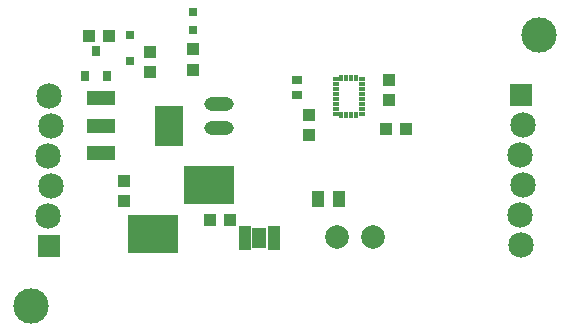
<source format=gts>
G04 DipTrace 3.3.1.3*
G04 HypermaqI2Csensorboardv0.1.gts*
%MOMM*%
G04 #@! TF.FileFunction,Soldermask,Top*
G04 #@! TF.Part,Single*
%AMOUTLINE0*
4,1,4,
0.9398,0.9398,
0.9398,-0.9398,
-0.9398,-0.9398,
-0.9398,0.9398,
0.9398,0.9398,
0*%
%ADD32R,1.0X1.1*%
%ADD33R,1.1X1.0*%
%ADD37R,0.9X0.7*%
%ADD40R,0.8X0.8*%
%ADD42C,2.159*%
%ADD43R,0.8X0.9*%
%ADD44C,2.0*%
%ADD55O,2.5X1.2*%
%ADD56C,3.0*%
%ADD65R,2.35X3.45*%
%ADD67R,2.35X1.15*%
%ADD69R,1.3X1.8*%
%ADD71R,1.05X0.5*%
%ADD73R,0.6X0.43*%
%ADD75R,0.43X0.6*%
%ADD86R,1.0X1.4*%
%ADD91R,4.2X3.2*%
%ADD96OUTLINE0*%
%FSLAX35Y35*%
G04*
G71*
G90*
G75*
G01*
G04 TopMask*
%LPD*%
D91*
X1856000Y1380000D3*
D32*
X1351000Y2335000D3*
Y2505000D3*
X1139000Y1409500D3*
Y1239500D3*
D33*
X3350980Y1852430D3*
X3520980D3*
D32*
X3380793Y2095923D3*
Y2265923D3*
D86*
X2956000Y1260000D3*
X2776000D3*
D33*
X2030000Y1080000D3*
X1860000D3*
D32*
X2704437Y1972770D3*
Y1802770D3*
D37*
X2596000Y2140000D3*
Y2270000D3*
D40*
X1186000Y2430000D3*
Y2650000D3*
X1716000Y2840000D3*
Y2690000D3*
D91*
X1380000Y960000D3*
D96*
X4500000Y2140000D3*
D42*
X4512700Y1886000D3*
X4487300Y1632000D3*
X4512700Y1378000D3*
X4487300Y1124000D3*
X4500000Y870000D3*
D96*
X500000Y860000D3*
D42*
X487300Y1114000D3*
X512700Y1368000D3*
X487300Y1622000D3*
X512700Y1876000D3*
X500000Y2130000D3*
D43*
X900000Y2510000D3*
X995000Y2300000D3*
X805000D3*
D33*
X836000Y2640000D3*
X1006000D3*
D32*
X1715000Y2355000D3*
Y2525000D3*
D44*
X2936000Y940000D3*
X3246000D3*
D75*
X2972253Y1970007D3*
X3015253D3*
X3058253D3*
X3101230Y1970030D3*
D73*
X3146793Y1976407D3*
Y2019407D3*
Y2062407D3*
Y2105407D3*
Y2148407D3*
Y2191407D3*
Y2234407D3*
Y2277407D3*
D75*
X3101253Y2283803D3*
X3058253D3*
X3015253D3*
X2972253D3*
D73*
X2926713Y2277407D3*
Y2234407D3*
Y2191407D3*
Y2148407D3*
Y2105407D3*
Y2062407D3*
Y2019407D3*
X2926737Y1976423D3*
D71*
X2400617Y856337D3*
Y906337D3*
Y956337D3*
Y1006337D3*
X2160617D3*
Y956337D3*
Y906337D3*
Y856337D3*
D69*
X2280617Y931337D3*
D67*
X940000Y2110000D3*
Y1880000D3*
Y1650000D3*
D65*
X1520000Y1880000D3*
D55*
X1936000Y1860000D3*
Y2060000D3*
D56*
X350000Y350000D3*
X4650000Y2650000D3*
M02*

</source>
